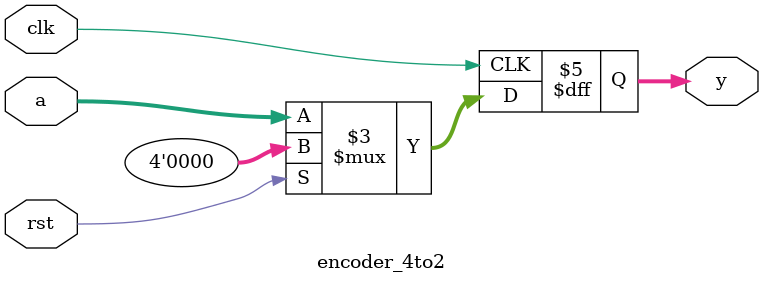
<source format=v>
/* 
 * Corevexis Semiconductor 
 * Example 67: ENCODER 4TO2 
 */

module encoder_4to2 (
    input clk,
    input rst,
    input [3:0] a,
    output reg [3:0] y
);

always @(posedge clk) begin
    if(rst) y <= 4'b0;
    else y <= a; 
end

endmodule
</source>
